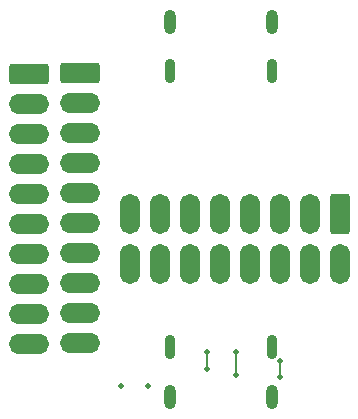
<source format=gbl>
G04 #@! TF.GenerationSoftware,KiCad,Pcbnew,9.0.1-unknown-1000.20250410git9b253fb.fc41*
G04 #@! TF.CreationDate,2025-04-15T18:00:25-07:00*
G04 #@! TF.ProjectId,usb-pd-plank,7573622d-7064-42d7-906c-616e6b2e6b69,rev?*
G04 #@! TF.SameCoordinates,Original*
G04 #@! TF.FileFunction,Copper,L2,Bot*
G04 #@! TF.FilePolarity,Positive*
%FSLAX46Y46*%
G04 Gerber Fmt 4.6, Leading zero omitted, Abs format (unit mm)*
G04 Created by KiCad (PCBNEW 9.0.1-unknown-1000.20250410git9b253fb.fc41) date 2025-04-15 18:00:25*
%MOMM*%
%LPD*%
G01*
G04 APERTURE LIST*
G04 Aperture macros list*
%AMRoundRect*
0 Rectangle with rounded corners*
0 $1 Rounding radius*
0 $2 $3 $4 $5 $6 $7 $8 $9 X,Y pos of 4 corners*
0 Add a 4 corners polygon primitive as box body*
4,1,4,$2,$3,$4,$5,$6,$7,$8,$9,$2,$3,0*
0 Add four circle primitives for the rounded corners*
1,1,$1+$1,$2,$3*
1,1,$1+$1,$4,$5*
1,1,$1+$1,$6,$7*
1,1,$1+$1,$8,$9*
0 Add four rect primitives between the rounded corners*
20,1,$1+$1,$2,$3,$4,$5,0*
20,1,$1+$1,$4,$5,$6,$7,0*
20,1,$1+$1,$6,$7,$8,$9,0*
20,1,$1+$1,$8,$9,$2,$3,0*%
G04 Aperture macros list end*
G04 #@! TA.AperFunction,ComponentPad*
%ADD10O,0.900000X2.100000*%
G04 #@! TD*
G04 #@! TA.AperFunction,ComponentPad*
%ADD11O,1.000000X2.100000*%
G04 #@! TD*
G04 #@! TA.AperFunction,ComponentPad*
%ADD12RoundRect,0.250000X-1.450000X-0.600000X1.450000X-0.600000X1.450000X0.600000X-1.450000X0.600000X0*%
G04 #@! TD*
G04 #@! TA.AperFunction,ComponentPad*
%ADD13O,3.400000X1.700000*%
G04 #@! TD*
G04 #@! TA.AperFunction,ComponentPad*
%ADD14RoundRect,0.250000X-0.600000X1.450000X-0.600000X-1.450000X0.600000X-1.450000X0.600000X1.450000X0*%
G04 #@! TD*
G04 #@! TA.AperFunction,ComponentPad*
%ADD15O,1.700000X3.400000*%
G04 #@! TD*
G04 #@! TA.AperFunction,ViaPad*
%ADD16C,0.500000*%
G04 #@! TD*
G04 #@! TA.AperFunction,Conductor*
%ADD17C,0.150000*%
G04 #@! TD*
G04 APERTURE END LIST*
D10*
G04 #@! TO.P,J2,S1,SHIELD*
G04 #@! TO.N,GND*
X47680000Y-111690000D03*
D11*
X47680000Y-115870000D03*
D10*
X56320000Y-111690000D03*
D11*
X56320000Y-115870000D03*
G04 #@! TD*
D12*
G04 #@! TO.P,J3,1,Pin_1*
G04 #@! TO.N,+5V*
X35675000Y-88550000D03*
D13*
G04 #@! TO.P,J3,2,Pin_2*
G04 #@! TO.N,/I2C_SDA*
X35675000Y-91090000D03*
G04 #@! TO.P,J3,3,Pin_3*
G04 #@! TO.N,/I2C_SCL*
X35675000Y-93630000D03*
G04 #@! TO.P,J3,4,Pin_4*
G04 #@! TO.N,/~{ALERT}*
X35675000Y-96170000D03*
G04 #@! TO.P,J3,5,Pin_5*
G04 #@! TO.N,/~{FAULT}*
X35675000Y-98710000D03*
G04 #@! TO.P,J3,6,Pin_6*
G04 #@! TO.N,/EN_SRC*
X35675000Y-101250000D03*
G04 #@! TO.P,J3,7,Pin_7*
G04 #@! TO.N,/EN_SNK*
X35675000Y-103790000D03*
G04 #@! TO.P,J3,8,Pin_8*
G04 #@! TO.N,Net-(J3-Pin_8)*
X35675000Y-106330000D03*
G04 #@! TO.P,J3,9,Pin_9*
G04 #@! TO.N,Net-(J3-Pin_9)*
X35675000Y-108870000D03*
G04 #@! TO.P,J3,10,Pin_10*
G04 #@! TO.N,GND*
X35675000Y-111410000D03*
G04 #@! TD*
D10*
G04 #@! TO.P,J1,S1,SHIELD*
G04 #@! TO.N,GND*
X56320000Y-88310000D03*
D11*
X56320000Y-84130000D03*
D10*
X47680000Y-88310000D03*
D11*
X47680000Y-84130000D03*
G04 #@! TD*
D14*
G04 #@! TO.P,J5,1,Pin_1*
G04 #@! TO.N,/USBIN_CC1*
X62000000Y-100380000D03*
D15*
G04 #@! TO.P,J5,2,Pin_2*
G04 #@! TO.N,/USBOUT_CC1*
X62000000Y-104620000D03*
G04 #@! TO.P,J5,3,Pin_3*
G04 #@! TO.N,/USBIN_CC2*
X59460000Y-100380000D03*
G04 #@! TO.P,J5,4,Pin_4*
G04 #@! TO.N,/USBOUT_CC2*
X59460000Y-104620000D03*
G04 #@! TO.P,J5,5,Pin_5*
G04 #@! TO.N,/USBIN_DB_P*
X56920000Y-100380000D03*
G04 #@! TO.P,J5,6,Pin_6*
G04 #@! TO.N,/USBOUT_DB_P*
X56920000Y-104620000D03*
G04 #@! TO.P,J5,7,Pin_7*
G04 #@! TO.N,/USBIN_DA_N*
X54380000Y-100380000D03*
G04 #@! TO.P,J5,8,Pin_8*
G04 #@! TO.N,/USBOUT_DA_N*
X54380000Y-104620000D03*
G04 #@! TO.P,J5,9,Pin_9*
G04 #@! TO.N,/USBIN_DA_P*
X51840000Y-100380000D03*
G04 #@! TO.P,J5,10,Pin_10*
G04 #@! TO.N,/USBOUT_DA_P*
X51840000Y-104620000D03*
G04 #@! TO.P,J5,11,Pin_11*
G04 #@! TO.N,/USBIN_DB_N*
X49300000Y-100380000D03*
G04 #@! TO.P,J5,12,Pin_12*
G04 #@! TO.N,/USBOUT_DB_N*
X49300000Y-104620000D03*
G04 #@! TO.P,J5,13,Pin_13*
G04 #@! TO.N,/USBIN_SBU1*
X46760000Y-100380000D03*
G04 #@! TO.P,J5,14,Pin_14*
G04 #@! TO.N,/USBOUT_SBU1*
X46760000Y-104620000D03*
G04 #@! TO.P,J5,15,Pin_15*
G04 #@! TO.N,/USBIN_SBU2*
X44220000Y-100380000D03*
G04 #@! TO.P,J5,16,Pin_16*
G04 #@! TO.N,/USBOUT_SBU2*
X44220000Y-104620000D03*
G04 #@! TD*
D12*
G04 #@! TO.P,J4,1,Pin_1*
G04 #@! TO.N,+5V*
X40050000Y-88500000D03*
D13*
G04 #@! TO.P,J4,2,Pin_2*
G04 #@! TO.N,/I2C_SDA*
X40050000Y-91040000D03*
G04 #@! TO.P,J4,3,Pin_3*
G04 #@! TO.N,/I2C_SCL*
X40050000Y-93580000D03*
G04 #@! TO.P,J4,4,Pin_4*
G04 #@! TO.N,/~{ALERT}*
X40050000Y-96120000D03*
G04 #@! TO.P,J4,5,Pin_5*
G04 #@! TO.N,/~{FAULT}*
X40050000Y-98660000D03*
G04 #@! TO.P,J4,6,Pin_6*
G04 #@! TO.N,/EN_SRC*
X40050000Y-101200000D03*
G04 #@! TO.P,J4,7,Pin_7*
G04 #@! TO.N,/EN_SNK*
X40050000Y-103740000D03*
G04 #@! TO.P,J4,8,Pin_8*
G04 #@! TO.N,Net-(J3-Pin_8)*
X40050000Y-106280000D03*
G04 #@! TO.P,J4,9,Pin_9*
G04 #@! TO.N,Net-(J3-Pin_9)*
X40050000Y-108820000D03*
G04 #@! TO.P,J4,10,Pin_10*
G04 #@! TO.N,GND*
X40050000Y-111360000D03*
G04 #@! TD*
D16*
G04 #@! TO.N,GND*
X43500000Y-115000000D03*
X45750000Y-115000000D03*
G04 #@! TO.N,/USBOUT_SBU1*
X53250000Y-114000000D03*
X53250000Y-112100000D03*
G04 #@! TO.N,/USBOUT_CC1*
X57000000Y-112826000D03*
X57000000Y-114250000D03*
X50750000Y-112100000D03*
X50750000Y-113500000D03*
G04 #@! TD*
D17*
G04 #@! TO.N,/USBOUT_SBU1*
X53250000Y-114000000D02*
X53250000Y-112100000D01*
G04 #@! TO.N,/USBOUT_CC1*
X57000000Y-114250000D02*
X57000000Y-112826000D01*
X50750000Y-113500000D02*
X50750000Y-112100000D01*
G04 #@! TD*
M02*

</source>
